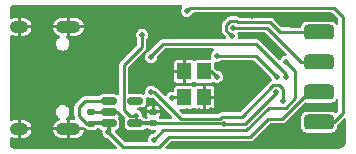
<source format=gbr>
%TF.GenerationSoftware,KiCad,Pcbnew,(6.0.6-0)*%
%TF.CreationDate,2022-08-07T16:54:58+08:00*%
%TF.ProjectId,ST-Link-Nano,53542d4c-696e-46b2-9d4e-616e6f2e6b69,rev?*%
%TF.SameCoordinates,Original*%
%TF.FileFunction,Copper,L2,Bot*%
%TF.FilePolarity,Positive*%
%FSLAX46Y46*%
G04 Gerber Fmt 4.6, Leading zero omitted, Abs format (unit mm)*
G04 Created by KiCad (PCBNEW (6.0.6-0)) date 2022-08-07 16:54:58*
%MOMM*%
%LPD*%
G01*
G04 APERTURE LIST*
G04 Aperture macros list*
%AMRoundRect*
0 Rectangle with rounded corners*
0 $1 Rounding radius*
0 $2 $3 $4 $5 $6 $7 $8 $9 X,Y pos of 4 corners*
0 Add a 4 corners polygon primitive as box body*
4,1,4,$2,$3,$4,$5,$6,$7,$8,$9,$2,$3,0*
0 Add four circle primitives for the rounded corners*
1,1,$1+$1,$2,$3*
1,1,$1+$1,$4,$5*
1,1,$1+$1,$6,$7*
1,1,$1+$1,$8,$9*
0 Add four rect primitives between the rounded corners*
20,1,$1+$1,$2,$3,$4,$5,0*
20,1,$1+$1,$4,$5,$6,$7,0*
20,1,$1+$1,$6,$7,$8,$9,0*
20,1,$1+$1,$8,$9,$2,$3,0*%
G04 Aperture macros list end*
%TA.AperFunction,ComponentPad*%
%ADD10RoundRect,0.500000X-0.550000X0.000000X-0.550000X0.000000X0.550000X0.000000X0.550000X0.000000X0*%
%TD*%
%TA.AperFunction,ComponentPad*%
%ADD11RoundRect,0.500000X-0.300000X0.000000X-0.300000X0.000000X0.300000X0.000000X0.300000X0.000000X0*%
%TD*%
%TA.AperFunction,SMDPad,CuDef*%
%ADD12RoundRect,0.317500X-0.952500X-0.317500X0.952500X-0.317500X0.952500X0.317500X-0.952500X0.317500X0*%
%TD*%
%TA.AperFunction,SMDPad,CuDef*%
%ADD13R,1.200000X1.400000*%
%TD*%
%TA.AperFunction,SMDPad,CuDef*%
%ADD14RoundRect,0.140000X0.170000X-0.140000X0.170000X0.140000X-0.170000X0.140000X-0.170000X-0.140000X0*%
%TD*%
%TA.AperFunction,SMDPad,CuDef*%
%ADD15RoundRect,0.150000X-0.512500X-0.150000X0.512500X-0.150000X0.512500X0.150000X-0.512500X0.150000X0*%
%TD*%
%TA.AperFunction,ViaPad*%
%ADD16C,0.500000*%
%TD*%
%TA.AperFunction,Conductor*%
%ADD17C,0.250000*%
%TD*%
%TA.AperFunction,Conductor*%
%ADD18C,0.300000*%
%TD*%
G04 APERTURE END LIST*
D10*
%TO.P,J1,1,SH1*%
%TO.N,GND*%
X91820374Y-87197063D03*
%TO.P,J1,2,SH2*%
X91820374Y-95847063D03*
D11*
%TO.P,J1,3,SH3*%
X87640374Y-87197063D03*
%TO.P,J1,4,SH4*%
X87640374Y-95847063D03*
%TD*%
D12*
%TO.P,J3,5,Pin_5*%
%TO.N,/TX*%
X113030000Y-87646105D03*
%TO.P,J3,6,Pin_6*%
%TO.N,/RX*%
X113030000Y-90186105D03*
%TO.P,J3,7,Pin_7*%
%TO.N,+5V*%
X113030000Y-92726105D03*
%TO.P,J3,8,Pin_8*%
%TO.N,/nRST*%
X113030000Y-95266105D03*
%TD*%
D13*
%TO.P,Y1,1,1*%
%TO.N,Net-(U2-Pad5)*%
X101617158Y-93172789D03*
%TO.P,Y1,2,2*%
%TO.N,GND*%
X101617158Y-90972789D03*
%TO.P,Y1,3,3*%
%TO.N,Net-(U2-Pad6)*%
X103317158Y-90972789D03*
%TO.P,Y1,4,4*%
%TO.N,GND*%
X103317158Y-93172789D03*
%TD*%
D14*
%TO.P,C2,1*%
%TO.N,+5V*%
X93755858Y-95392503D03*
%TO.P,C2,2*%
%TO.N,GND*%
X93755858Y-94432503D03*
%TD*%
%TO.P,C3,1*%
%TO.N,+3V3*%
X98997563Y-95369678D03*
%TO.P,C3,2*%
%TO.N,GND*%
X98997563Y-94409678D03*
%TD*%
D15*
%TO.P,U1,1,VIN*%
%TO.N,+5V*%
X95213928Y-95374751D03*
%TO.P,U1,2,GND*%
%TO.N,GND*%
X95213928Y-94424751D03*
%TO.P,U1,3,CE*%
%TO.N,+5V*%
X95213928Y-93474751D03*
%TO.P,U1,4,NC*%
%TO.N,unconnected-(U1-Pad4)*%
X97488928Y-93474751D03*
%TO.P,U1,5,VOUT*%
%TO.N,+3V3*%
X97488928Y-95374751D03*
%TD*%
D16*
%TO.N,GND*%
X94234000Y-85852000D03*
X100330000Y-91694000D03*
X103632000Y-89662000D03*
X96520000Y-87376000D03*
X96012000Y-89916000D03*
X96266000Y-96266000D03*
X109982000Y-95758000D03*
X109982000Y-96774000D03*
X90424000Y-90170000D03*
X102870000Y-89662000D03*
X106553000Y-88011000D03*
X100330000Y-90170000D03*
X95250000Y-85852000D03*
X90424000Y-93218000D03*
X103878086Y-94260805D03*
X104394000Y-93472000D03*
X101859550Y-94330711D03*
X90424000Y-92202000D03*
X100330000Y-90932000D03*
X102842603Y-94330711D03*
X104902000Y-86360000D03*
X109433434Y-89441785D03*
X97536000Y-86614000D03*
X94234000Y-96520000D03*
X90424000Y-91186000D03*
X93218000Y-96520000D03*
X107358784Y-86271860D03*
X98044000Y-96266000D03*
X104394000Y-90678000D03*
X93218000Y-85852000D03*
X97268039Y-96266000D03*
X97255954Y-87389081D03*
X98831233Y-93497233D03*
%TO.N,+5V*%
X95208974Y-96122477D03*
%TO.N,+3V3*%
X105029050Y-95398160D03*
X98044000Y-87884000D03*
X97536000Y-94742000D03*
X104394000Y-89662000D03*
X109474000Y-91440000D03*
X109398178Y-92714400D03*
%TO.N,/ST_SWCLK*%
X110236000Y-90170000D03*
X99060000Y-96774000D03*
%TO.N,/TX*%
X105664000Y-88015374D03*
%TO.N,/RX*%
X105762500Y-87277500D03*
%TO.N,/nRST*%
X101854000Y-85852000D03*
%TO.N,/JTMS*%
X98806000Y-89764500D03*
X110236000Y-91440000D03*
%TO.N,/ST_SWDIO*%
X98806000Y-92710000D03*
X109982000Y-93472000D03*
%TO.N,Net-(U2-Pad5)*%
X100584000Y-93218000D03*
%TO.N,Net-(U2-Pad6)*%
X104394000Y-91440000D03*
%TD*%
D17*
%TO.N,GND*%
X96266000Y-94742000D02*
X96266000Y-96266000D01*
X93755858Y-94432503D02*
X95956503Y-94432503D01*
X95956503Y-94432503D02*
X96266000Y-94742000D01*
%TO.N,+5V*%
X108712000Y-94996000D02*
X109907569Y-94996000D01*
D18*
X95213928Y-95374751D02*
X95213928Y-96117523D01*
D17*
X99501000Y-97349000D02*
X100330000Y-96520000D01*
X107188000Y-96520000D02*
X108712000Y-94996000D01*
D18*
X95213928Y-95374751D02*
X93773610Y-95374751D01*
X95213928Y-96117523D02*
X95208974Y-96122477D01*
D17*
X109907569Y-94996000D02*
X112177464Y-92726105D01*
X95213928Y-93474751D02*
X93215249Y-93474751D01*
D18*
X93773610Y-95374751D02*
X93755858Y-95392503D01*
D17*
X93360503Y-95392503D02*
X93755858Y-95392503D01*
X93215249Y-93474751D02*
X92710000Y-93980000D01*
X95208974Y-96122477D02*
X96435497Y-97349000D01*
X92710000Y-93980000D02*
X92710000Y-94742000D01*
X100330000Y-96520000D02*
X107188000Y-96520000D01*
X112177464Y-92726105D02*
X113030000Y-92726105D01*
X92710000Y-94742000D02*
X93360503Y-95392503D01*
X96435497Y-97349000D02*
X99501000Y-97349000D01*
%TO.N,+3V3*%
X96501428Y-90442572D02*
X97282000Y-89662000D01*
X107696000Y-89662000D02*
X104394000Y-89662000D01*
X109474000Y-91440000D02*
X107696000Y-89662000D01*
X97536000Y-95327679D02*
X97488928Y-95374751D01*
X97536000Y-94742000D02*
X97028000Y-94742000D01*
D18*
X98992490Y-95374751D02*
X98997563Y-95369678D01*
D17*
X105000568Y-95369678D02*
X105029050Y-95398160D01*
X109469600Y-92714400D02*
X109398178Y-92714400D01*
X106785840Y-95398160D02*
X109469600Y-92714400D01*
X97282000Y-89662000D02*
X98044000Y-88900000D01*
X98044000Y-88900000D02*
X98044000Y-87884000D01*
D18*
X97488928Y-95374751D02*
X98992490Y-95374751D01*
D17*
X105029050Y-95398160D02*
X106785840Y-95398160D01*
X96520000Y-94234000D02*
X96501428Y-94215428D01*
X97536000Y-94742000D02*
X97536000Y-95327679D01*
X98997563Y-95369678D02*
X105000568Y-95369678D01*
X96501428Y-94215428D02*
X96501428Y-93428000D01*
X97028000Y-94742000D02*
X96520000Y-94234000D01*
X96501428Y-93428000D02*
X96501428Y-90442572D01*
%TO.N,/ST_SWCLK*%
X110998000Y-90932000D02*
X110236000Y-90170000D01*
X110998000Y-93269173D02*
X110998000Y-90932000D01*
X99060000Y-96774000D02*
X99860840Y-95973160D01*
X110220173Y-94047000D02*
X110998000Y-93269173D01*
X106847236Y-95973160D02*
X108773396Y-94047000D01*
X108773396Y-94047000D02*
X110220173Y-94047000D01*
X99860840Y-95973160D02*
X106847236Y-95973160D01*
%TO.N,/TX*%
X105187500Y-87538874D02*
X105664000Y-88015374D01*
X110506105Y-87646105D02*
X113030000Y-87646105D01*
X105524327Y-86702500D02*
X106047000Y-86702500D01*
X108925500Y-86827500D02*
X109728000Y-87630000D01*
X105187500Y-87344500D02*
X105187500Y-87538874D01*
X106172000Y-86827500D02*
X108925500Y-86827500D01*
X109728000Y-87630000D02*
X110490000Y-87630000D01*
X110490000Y-87630000D02*
X110506105Y-87646105D01*
X106047000Y-86702500D02*
X106172000Y-86827500D01*
X105187500Y-87344500D02*
X105187500Y-87039327D01*
X105187500Y-87039327D02*
X105524327Y-86702500D01*
%TO.N,/RX*%
X105762500Y-87277500D02*
X108613500Y-87277500D01*
X111522105Y-90186105D02*
X113030000Y-90186105D01*
X108613500Y-87277500D02*
X111522105Y-90186105D01*
%TO.N,/nRST*%
X102108000Y-85598000D02*
X101854000Y-85852000D01*
X114300000Y-85598000D02*
X102108000Y-85598000D01*
X115062000Y-92710000D02*
X115062000Y-86360000D01*
X115062000Y-86360000D02*
X114300000Y-85598000D01*
X113030000Y-95266105D02*
X114283895Y-95266105D01*
X115062000Y-94488000D02*
X115062000Y-92710000D01*
X114283895Y-95266105D02*
X115062000Y-94488000D01*
%TO.N,/JTMS*%
X99822000Y-88646000D02*
X104394000Y-88646000D01*
X98806000Y-89662000D02*
X99314000Y-89154000D01*
X99314000Y-89154000D02*
X99822000Y-88646000D01*
X104394000Y-88646000D02*
X107442000Y-88646000D01*
X107696000Y-88646000D02*
X107442000Y-88646000D01*
X110236000Y-91186000D02*
X107696000Y-88646000D01*
X98806000Y-89764500D02*
X98806000Y-89662000D01*
%TO.N,/ST_SWDIO*%
X109160005Y-92139400D02*
X109636351Y-92139400D01*
X99060000Y-92710000D02*
X101319678Y-94969678D01*
X109636351Y-92139400D02*
X109982000Y-92485049D01*
X101319678Y-94969678D02*
X104674322Y-94969678D01*
X109982000Y-92485049D02*
X109982000Y-93472000D01*
X98806000Y-92710000D02*
X99060000Y-92710000D01*
X106476245Y-94823160D02*
X109160005Y-92139400D01*
X104820840Y-94823160D02*
X106476245Y-94823160D01*
X104674322Y-94969678D02*
X104820840Y-94823160D01*
%TO.N,Net-(U2-Pad5)*%
X101617158Y-93172789D02*
X100629211Y-93172789D01*
X100629211Y-93172789D02*
X100584000Y-93218000D01*
%TO.N,Net-(U2-Pad6)*%
X103317158Y-90972789D02*
X103926789Y-90972789D01*
X103926789Y-90972789D02*
X104394000Y-91440000D01*
%TD*%
%TA.AperFunction,Conductor*%
%TO.N,GND*%
G36*
X114646649Y-93354114D02*
G01*
X114679931Y-93416827D01*
X114682500Y-93442143D01*
X114682500Y-94278616D01*
X114662498Y-94346737D01*
X114645595Y-94367711D01*
X114515101Y-94498205D01*
X114452789Y-94532231D01*
X114381974Y-94527166D01*
X114349302Y-94509072D01*
X114315968Y-94483494D01*
X114270968Y-94448964D01*
X114131822Y-94391328D01*
X114019992Y-94376605D01*
X112040008Y-94376605D01*
X111928178Y-94391328D01*
X111789032Y-94448964D01*
X111669545Y-94540650D01*
X111577859Y-94660137D01*
X111520223Y-94799283D01*
X111505500Y-94911113D01*
X111505500Y-95621097D01*
X111520223Y-95732927D01*
X111577859Y-95872073D01*
X111669545Y-95991560D01*
X111789032Y-96083246D01*
X111928178Y-96140882D01*
X112040008Y-96155605D01*
X114019992Y-96155605D01*
X114131822Y-96140882D01*
X114270968Y-96083246D01*
X114390455Y-95991560D01*
X114482141Y-95872073D01*
X114539777Y-95732927D01*
X114554500Y-95621097D01*
X114554500Y-95584384D01*
X114574502Y-95516263D01*
X114591405Y-95495289D01*
X115100405Y-94986289D01*
X115162717Y-94952263D01*
X115233532Y-94957328D01*
X115290368Y-94999875D01*
X115315179Y-95066395D01*
X115315500Y-95075384D01*
X115315500Y-96752143D01*
X115314671Y-96766572D01*
X115311377Y-96795148D01*
X115314784Y-96807088D01*
X115315155Y-96811621D01*
X115315529Y-96825261D01*
X115313647Y-96895494D01*
X115312728Y-96929781D01*
X115309055Y-96956788D01*
X115279787Y-97074583D01*
X115270392Y-97100169D01*
X115216476Y-97208916D01*
X115201802Y-97231879D01*
X115125756Y-97326492D01*
X115106492Y-97345756D01*
X115011879Y-97421802D01*
X114988916Y-97436476D01*
X114880169Y-97490392D01*
X114854583Y-97499787D01*
X114736788Y-97529055D01*
X114709781Y-97532728D01*
X114684433Y-97533407D01*
X114605261Y-97535529D01*
X114591621Y-97535155D01*
X114587088Y-97534784D01*
X114575148Y-97531377D01*
X114547370Y-97534579D01*
X114546572Y-97534671D01*
X114532143Y-97535500D01*
X100155384Y-97535500D01*
X100087263Y-97515498D01*
X100040770Y-97461842D01*
X100030666Y-97391568D01*
X100060160Y-97326988D01*
X100066289Y-97320405D01*
X100450289Y-96936405D01*
X100512601Y-96902379D01*
X100539384Y-96899500D01*
X107134080Y-96899500D01*
X107158028Y-96902049D01*
X107159693Y-96902128D01*
X107169876Y-96904320D01*
X107180217Y-96903096D01*
X107203223Y-96900373D01*
X107209154Y-96900023D01*
X107209146Y-96899928D01*
X107214324Y-96899500D01*
X107219524Y-96899500D01*
X107224653Y-96898646D01*
X107224656Y-96898646D01*
X107238565Y-96896331D01*
X107244443Y-96895494D01*
X107285001Y-96890694D01*
X107285002Y-96890694D01*
X107295341Y-96889470D01*
X107303593Y-96885507D01*
X107312626Y-96884004D01*
X107321795Y-96879057D01*
X107321797Y-96879056D01*
X107357732Y-96859666D01*
X107363025Y-96856969D01*
X107402082Y-96838215D01*
X107402086Y-96838212D01*
X107409232Y-96834781D01*
X107413508Y-96831186D01*
X107415431Y-96829263D01*
X107417363Y-96827491D01*
X107417442Y-96827448D01*
X107417555Y-96827572D01*
X107418095Y-96827096D01*
X107423814Y-96824010D01*
X107460417Y-96784413D01*
X107463846Y-96780848D01*
X108832290Y-95412405D01*
X108894602Y-95378379D01*
X108921385Y-95375500D01*
X109853649Y-95375500D01*
X109877597Y-95378049D01*
X109879262Y-95378128D01*
X109889445Y-95380320D01*
X109899786Y-95379096D01*
X109922792Y-95376373D01*
X109928723Y-95376023D01*
X109928715Y-95375928D01*
X109933893Y-95375500D01*
X109939093Y-95375500D01*
X109944222Y-95374646D01*
X109944225Y-95374646D01*
X109958134Y-95372331D01*
X109964012Y-95371494D01*
X110004570Y-95366694D01*
X110004571Y-95366694D01*
X110014910Y-95365470D01*
X110023162Y-95361507D01*
X110032195Y-95360004D01*
X110041364Y-95355057D01*
X110041366Y-95355056D01*
X110077301Y-95335666D01*
X110082594Y-95332969D01*
X110121651Y-95314215D01*
X110121655Y-95314212D01*
X110128801Y-95310781D01*
X110133077Y-95307186D01*
X110135000Y-95305263D01*
X110136932Y-95303491D01*
X110137011Y-95303448D01*
X110137124Y-95303572D01*
X110137664Y-95303096D01*
X110143383Y-95300010D01*
X110179986Y-95260413D01*
X110183415Y-95256848D01*
X111807586Y-93632677D01*
X111869898Y-93598651D01*
X111926015Y-93599986D01*
X111928178Y-93600882D01*
X112040008Y-93615605D01*
X114019992Y-93615605D01*
X114131822Y-93600882D01*
X114270968Y-93543246D01*
X114390455Y-93451560D01*
X114456540Y-93365437D01*
X114513875Y-93323572D01*
X114584746Y-93319350D01*
X114646649Y-93354114D01*
G37*
%TD.AperFunction*%
%TA.AperFunction,Conductor*%
G36*
X87357429Y-85341084D02*
G01*
X87361542Y-85341191D01*
X87376087Y-85342414D01*
X87378503Y-85342759D01*
X87390211Y-85346878D01*
X87430421Y-85344687D01*
X87437267Y-85344500D01*
X101348872Y-85345432D01*
X101416991Y-85365439D01*
X101463480Y-85419097D01*
X101473579Y-85489372D01*
X101443305Y-85554839D01*
X101427999Y-85572170D01*
X101366583Y-85702982D01*
X101365203Y-85711846D01*
X101365202Y-85711849D01*
X101358557Y-85754531D01*
X101344350Y-85845773D01*
X101345514Y-85854675D01*
X101345514Y-85854678D01*
X101356205Y-85936433D01*
X101363088Y-85989065D01*
X101421289Y-86121339D01*
X101514276Y-86231960D01*
X101521747Y-86236933D01*
X101521748Y-86236934D01*
X101627101Y-86307063D01*
X101627103Y-86307064D01*
X101634574Y-86312037D01*
X101643138Y-86314713D01*
X101643141Y-86314714D01*
X101697853Y-86331807D01*
X101772510Y-86355132D01*
X101916998Y-86357780D01*
X101926711Y-86355132D01*
X102047763Y-86322130D01*
X102047765Y-86322129D01*
X102056422Y-86319769D01*
X102179572Y-86244154D01*
X102276551Y-86137014D01*
X102319405Y-86048561D01*
X102367107Y-85995979D01*
X102432797Y-85977500D01*
X114090616Y-85977500D01*
X114158737Y-85997502D01*
X114179711Y-86014405D01*
X114645595Y-86480289D01*
X114679621Y-86542601D01*
X114682500Y-86569384D01*
X114682500Y-86930067D01*
X114662498Y-86998188D01*
X114608842Y-87044681D01*
X114538568Y-87054785D01*
X114473988Y-87025291D01*
X114456544Y-87006778D01*
X114390455Y-86920650D01*
X114270968Y-86828964D01*
X114131822Y-86771328D01*
X114019992Y-86756605D01*
X112040008Y-86756605D01*
X111928178Y-86771328D01*
X111789032Y-86828964D01*
X111669545Y-86920650D01*
X111577859Y-87040137D01*
X111520223Y-87179283D01*
X111519458Y-87178966D01*
X111486015Y-87233837D01*
X111422155Y-87264860D01*
X111401258Y-87266605D01*
X110622116Y-87266605D01*
X110580368Y-87259487D01*
X110556149Y-87250982D01*
X110550584Y-87250500D01*
X110547876Y-87250500D01*
X110545242Y-87250386D01*
X110545144Y-87250357D01*
X110545151Y-87250193D01*
X110544447Y-87250149D01*
X110538222Y-87248287D01*
X110484365Y-87250403D01*
X110479418Y-87250500D01*
X109937384Y-87250500D01*
X109869263Y-87230498D01*
X109848289Y-87213595D01*
X109231978Y-86597284D01*
X109216836Y-86578536D01*
X109215721Y-86577311D01*
X109210071Y-86568560D01*
X109201893Y-86562113D01*
X109201891Y-86562111D01*
X109183700Y-86547771D01*
X109179259Y-86543825D01*
X109179197Y-86543898D01*
X109175233Y-86540539D01*
X109171556Y-86536862D01*
X109155808Y-86525608D01*
X109151138Y-86522102D01*
X109110853Y-86490344D01*
X109102219Y-86487312D01*
X109094766Y-86481986D01*
X109045650Y-86467297D01*
X109040008Y-86465464D01*
X108999133Y-86451110D01*
X108999132Y-86451110D01*
X108991649Y-86448482D01*
X108986084Y-86448000D01*
X108983376Y-86448000D01*
X108980742Y-86447886D01*
X108980644Y-86447857D01*
X108980651Y-86447693D01*
X108979947Y-86447649D01*
X108973722Y-86445787D01*
X108919865Y-86447903D01*
X108914918Y-86448000D01*
X106381246Y-86448000D01*
X106313125Y-86427998D01*
X106299793Y-86418132D01*
X106296735Y-86415541D01*
X106293056Y-86411862D01*
X106277308Y-86400608D01*
X106272638Y-86397102D01*
X106232353Y-86365344D01*
X106223719Y-86362312D01*
X106216266Y-86356986D01*
X106167150Y-86342297D01*
X106161508Y-86340464D01*
X106120633Y-86326110D01*
X106120632Y-86326110D01*
X106113149Y-86323482D01*
X106107584Y-86323000D01*
X106104876Y-86323000D01*
X106102242Y-86322886D01*
X106102144Y-86322857D01*
X106102151Y-86322693D01*
X106101447Y-86322649D01*
X106095222Y-86320787D01*
X106041365Y-86322903D01*
X106036418Y-86323000D01*
X105578247Y-86323000D01*
X105554300Y-86320451D01*
X105552634Y-86320372D01*
X105542451Y-86318180D01*
X105532109Y-86319404D01*
X105532106Y-86319404D01*
X105509114Y-86322126D01*
X105503173Y-86322477D01*
X105503181Y-86322572D01*
X105498001Y-86323000D01*
X105492803Y-86323000D01*
X105487681Y-86323853D01*
X105487676Y-86323853D01*
X105473754Y-86326171D01*
X105467877Y-86327008D01*
X105461376Y-86327777D01*
X105427324Y-86331807D01*
X105427322Y-86331808D01*
X105416986Y-86333031D01*
X105408737Y-86336992D01*
X105399701Y-86338496D01*
X105390532Y-86343443D01*
X105390530Y-86343444D01*
X105354567Y-86362848D01*
X105349278Y-86365543D01*
X105336263Y-86371793D01*
X105303095Y-86387720D01*
X105298819Y-86391314D01*
X105296879Y-86393254D01*
X105294968Y-86395007D01*
X105294878Y-86395056D01*
X105294766Y-86394933D01*
X105294231Y-86395405D01*
X105288513Y-86398490D01*
X105281446Y-86406135D01*
X105251911Y-86438086D01*
X105248481Y-86441652D01*
X104957284Y-86732849D01*
X104938536Y-86747991D01*
X104937311Y-86749106D01*
X104928560Y-86754756D01*
X104922113Y-86762934D01*
X104922111Y-86762936D01*
X104907771Y-86781127D01*
X104903825Y-86785568D01*
X104903898Y-86785630D01*
X104900539Y-86789594D01*
X104896862Y-86793271D01*
X104885608Y-86809019D01*
X104882102Y-86813689D01*
X104850344Y-86853974D01*
X104847312Y-86862608D01*
X104841986Y-86870061D01*
X104839001Y-86880042D01*
X104827299Y-86919171D01*
X104825464Y-86924819D01*
X104808482Y-86973178D01*
X104808000Y-86978743D01*
X104808000Y-86981451D01*
X104807886Y-86984085D01*
X104807857Y-86984183D01*
X104807693Y-86984176D01*
X104807649Y-86984880D01*
X104805787Y-86991105D01*
X104806196Y-87001510D01*
X104807903Y-87044962D01*
X104808000Y-87049909D01*
X104808000Y-87484954D01*
X104805451Y-87508902D01*
X104805372Y-87510567D01*
X104803180Y-87520750D01*
X104804404Y-87531091D01*
X104807127Y-87554097D01*
X104807477Y-87560028D01*
X104807572Y-87560020D01*
X104808000Y-87565198D01*
X104808000Y-87570398D01*
X104808854Y-87575527D01*
X104808854Y-87575530D01*
X104811169Y-87589439D01*
X104812006Y-87595317D01*
X104814016Y-87612295D01*
X104818030Y-87646215D01*
X104821993Y-87654467D01*
X104823496Y-87663500D01*
X104828443Y-87672669D01*
X104828444Y-87672671D01*
X104847834Y-87708606D01*
X104850531Y-87713899D01*
X104869285Y-87752956D01*
X104869288Y-87752960D01*
X104872719Y-87760106D01*
X104876314Y-87764382D01*
X104878237Y-87766305D01*
X104880009Y-87768237D01*
X104880052Y-87768316D01*
X104879928Y-87768429D01*
X104880404Y-87768969D01*
X104883490Y-87774688D01*
X104891135Y-87781755D01*
X104923086Y-87811290D01*
X104926652Y-87814720D01*
X105129068Y-88017136D01*
X105163094Y-88079448D01*
X105164909Y-88089894D01*
X105169390Y-88124163D01*
X105158389Y-88194302D01*
X105111215Y-88247360D01*
X105044454Y-88266500D01*
X99875920Y-88266500D01*
X99851973Y-88263951D01*
X99850307Y-88263872D01*
X99840124Y-88261680D01*
X99829782Y-88262904D01*
X99829779Y-88262904D01*
X99806787Y-88265626D01*
X99800846Y-88265977D01*
X99800854Y-88266072D01*
X99795674Y-88266500D01*
X99790476Y-88266500D01*
X99785354Y-88267353D01*
X99785349Y-88267353D01*
X99771427Y-88269671D01*
X99765550Y-88270508D01*
X99759049Y-88271277D01*
X99724997Y-88275307D01*
X99724995Y-88275308D01*
X99714659Y-88276531D01*
X99706410Y-88280492D01*
X99697374Y-88281996D01*
X99688205Y-88286943D01*
X99688203Y-88286944D01*
X99652240Y-88306348D01*
X99646951Y-88309043D01*
X99633936Y-88315293D01*
X99600768Y-88331220D01*
X99596492Y-88334814D01*
X99594552Y-88336754D01*
X99592641Y-88338507D01*
X99592551Y-88338556D01*
X99592439Y-88338433D01*
X99591904Y-88338905D01*
X99586186Y-88341990D01*
X99579119Y-88349635D01*
X99549584Y-88381586D01*
X99546154Y-88385152D01*
X98668832Y-89262474D01*
X98614363Y-89294528D01*
X98597879Y-89299239D01*
X98475661Y-89376353D01*
X98379999Y-89484670D01*
X98376185Y-89492793D01*
X98376184Y-89492795D01*
X98354872Y-89538188D01*
X98318583Y-89615482D01*
X98317203Y-89624346D01*
X98317202Y-89624349D01*
X98302421Y-89719283D01*
X98296350Y-89758273D01*
X98297514Y-89767175D01*
X98297514Y-89767178D01*
X98300520Y-89790164D01*
X98315088Y-89901565D01*
X98373289Y-90033839D01*
X98379063Y-90040708D01*
X98459244Y-90136094D01*
X98466276Y-90144460D01*
X98473747Y-90149433D01*
X98473748Y-90149434D01*
X98579101Y-90219563D01*
X98579103Y-90219564D01*
X98586574Y-90224537D01*
X98595138Y-90227213D01*
X98595141Y-90227214D01*
X98641521Y-90241704D01*
X98724510Y-90267632D01*
X98868998Y-90270280D01*
X98894568Y-90263309D01*
X98999763Y-90234630D01*
X98999765Y-90234629D01*
X99008422Y-90232269D01*
X99131572Y-90156654D01*
X99228551Y-90049514D01*
X99264112Y-89976116D01*
X99287645Y-89927543D01*
X99287645Y-89927542D01*
X99291560Y-89919462D01*
X99315536Y-89776953D01*
X99315688Y-89764500D01*
X99314998Y-89759685D01*
X99314682Y-89754830D01*
X99316047Y-89754741D01*
X99325311Y-89690581D01*
X99350798Y-89653897D01*
X99942291Y-89062404D01*
X100004603Y-89028379D01*
X100031386Y-89025500D01*
X104021452Y-89025500D01*
X104089573Y-89045502D01*
X104136066Y-89099158D01*
X104146170Y-89169432D01*
X104116676Y-89234012D01*
X104088688Y-89258061D01*
X104071258Y-89269058D01*
X104071251Y-89269064D01*
X104063661Y-89273853D01*
X104057718Y-89280582D01*
X104057717Y-89280583D01*
X103986914Y-89360752D01*
X103967999Y-89382170D01*
X103906583Y-89512982D01*
X103905203Y-89521846D01*
X103905202Y-89521849D01*
X103889243Y-89624349D01*
X103884350Y-89655773D01*
X103885514Y-89664675D01*
X103885514Y-89664678D01*
X103899561Y-89772093D01*
X103903088Y-89799065D01*
X103906701Y-89807277D01*
X103906703Y-89807283D01*
X103921778Y-89841543D01*
X103930905Y-89911951D01*
X103900518Y-89976116D01*
X103840265Y-90013666D01*
X103806449Y-90018289D01*
X102746592Y-90018290D01*
X102692092Y-90018290D01*
X102656340Y-90025401D01*
X102630032Y-90030633D01*
X102630030Y-90030634D01*
X102617857Y-90033055D01*
X102536709Y-90087277D01*
X102468959Y-90108491D01*
X102396707Y-90087276D01*
X102326584Y-90040421D01*
X102304092Y-90031105D01*
X102248243Y-90019996D01*
X102235988Y-90018789D01*
X101762273Y-90018789D01*
X101747034Y-90023264D01*
X101745829Y-90024654D01*
X101744158Y-90032337D01*
X101744158Y-91908673D01*
X101748633Y-91923912D01*
X101750023Y-91925117D01*
X101757706Y-91926788D01*
X102235986Y-91926788D01*
X102248246Y-91925580D01*
X102304089Y-91914474D01*
X102326585Y-91905156D01*
X102396707Y-91858302D01*
X102464460Y-91837087D01*
X102536709Y-91858301D01*
X102617857Y-91912523D01*
X102692091Y-91927289D01*
X103317056Y-91927289D01*
X103942224Y-91927288D01*
X103977976Y-91920177D01*
X104004284Y-91914945D01*
X104004286Y-91914944D01*
X104016459Y-91912523D01*
X104034874Y-91900218D01*
X104102624Y-91879002D01*
X104159123Y-91891257D01*
X104167101Y-91895062D01*
X104174574Y-91900037D01*
X104183141Y-91902714D01*
X104183142Y-91902714D01*
X104199322Y-91907769D01*
X104312510Y-91943132D01*
X104456998Y-91945780D01*
X104524823Y-91927289D01*
X104587763Y-91910130D01*
X104587765Y-91910129D01*
X104596422Y-91907769D01*
X104719572Y-91832154D01*
X104816551Y-91725014D01*
X104879560Y-91594962D01*
X104903536Y-91452453D01*
X104903688Y-91440000D01*
X104883201Y-91296948D01*
X104823388Y-91165395D01*
X104817530Y-91158596D01*
X104817527Y-91158592D01*
X104734916Y-91062718D01*
X104734913Y-91062716D01*
X104729056Y-91055918D01*
X104652669Y-91006406D01*
X104615324Y-90982200D01*
X104615322Y-90982199D01*
X104607790Y-90977317D01*
X104556464Y-90961967D01*
X104477938Y-90938482D01*
X104477936Y-90938482D01*
X104469337Y-90935910D01*
X104461279Y-90935861D01*
X104397282Y-90906203D01*
X104391228Y-90900534D01*
X104233267Y-90742573D01*
X104218125Y-90723825D01*
X104217011Y-90722600D01*
X104211360Y-90713849D01*
X104204150Y-90708165D01*
X104173412Y-90644968D01*
X104171657Y-90624012D01*
X104171657Y-90289079D01*
X104191659Y-90220958D01*
X104245315Y-90174465D01*
X104312505Y-90165414D01*
X104312510Y-90165132D01*
X104314348Y-90165166D01*
X104314350Y-90165166D01*
X104321485Y-90165296D01*
X104321488Y-90165297D01*
X104383524Y-90166433D01*
X104456998Y-90167780D01*
X104465662Y-90165418D01*
X104587763Y-90132130D01*
X104587765Y-90132129D01*
X104596422Y-90129769D01*
X104709848Y-90060125D01*
X104775776Y-90041500D01*
X107486616Y-90041500D01*
X107554737Y-90061502D01*
X107575711Y-90078405D01*
X108939068Y-91441762D01*
X108973094Y-91504074D01*
X108974908Y-91514515D01*
X108983088Y-91577065D01*
X109000740Y-91617182D01*
X109016193Y-91652304D01*
X109025319Y-91722712D01*
X108994932Y-91786876D01*
X108955404Y-91816633D01*
X108938773Y-91824619D01*
X108934497Y-91828213D01*
X108932558Y-91830152D01*
X108930643Y-91831908D01*
X108930557Y-91831955D01*
X108930444Y-91831833D01*
X108929909Y-91832305D01*
X108924191Y-91835390D01*
X108917123Y-91843036D01*
X108917122Y-91843037D01*
X108887601Y-91874973D01*
X108884171Y-91878539D01*
X107602741Y-93159970D01*
X106355956Y-94406755D01*
X106293644Y-94440780D01*
X106266861Y-94443660D01*
X104874760Y-94443660D01*
X104850812Y-94441111D01*
X104849147Y-94441032D01*
X104838964Y-94438840D01*
X104819777Y-94441111D01*
X104805617Y-94442787D01*
X104799686Y-94443137D01*
X104799694Y-94443232D01*
X104794516Y-94443660D01*
X104789316Y-94443660D01*
X104784187Y-94444514D01*
X104784184Y-94444514D01*
X104770275Y-94446829D01*
X104764397Y-94447666D01*
X104723839Y-94452466D01*
X104723838Y-94452466D01*
X104713499Y-94453690D01*
X104705247Y-94457653D01*
X104696214Y-94459156D01*
X104687045Y-94464103D01*
X104687043Y-94464104D01*
X104651108Y-94483494D01*
X104645815Y-94486191D01*
X104620796Y-94498205D01*
X104599608Y-94508379D01*
X104595333Y-94511973D01*
X104593408Y-94513898D01*
X104591478Y-94515669D01*
X104591393Y-94515715D01*
X104591281Y-94515592D01*
X104590746Y-94516064D01*
X104585026Y-94519150D01*
X104556780Y-94549707D01*
X104495853Y-94586152D01*
X104464255Y-94590178D01*
X101529062Y-94590178D01*
X101460941Y-94570176D01*
X101439967Y-94553273D01*
X101229078Y-94342384D01*
X101195052Y-94280072D01*
X101200117Y-94209257D01*
X101242664Y-94152421D01*
X101309184Y-94127610D01*
X101318173Y-94127289D01*
X102217733Y-94127288D01*
X102242224Y-94127288D01*
X102279807Y-94119813D01*
X102304284Y-94114945D01*
X102304286Y-94114944D01*
X102316459Y-94112523D01*
X102397607Y-94058301D01*
X102465357Y-94037087D01*
X102537609Y-94058302D01*
X102607732Y-94105157D01*
X102630224Y-94114473D01*
X102686073Y-94125582D01*
X102698328Y-94126789D01*
X103172043Y-94126789D01*
X103187282Y-94122314D01*
X103188487Y-94120924D01*
X103190158Y-94113241D01*
X103190158Y-94108673D01*
X103444158Y-94108673D01*
X103448633Y-94123912D01*
X103450023Y-94125117D01*
X103457706Y-94126788D01*
X103935986Y-94126788D01*
X103948246Y-94125580D01*
X104004089Y-94114474D01*
X104026585Y-94105156D01*
X104089966Y-94062806D01*
X104107175Y-94045597D01*
X104149526Y-93982214D01*
X104158842Y-93959723D01*
X104169951Y-93903874D01*
X104171158Y-93891619D01*
X104171158Y-93317904D01*
X104166683Y-93302665D01*
X104165293Y-93301460D01*
X104157610Y-93299789D01*
X103462273Y-93299789D01*
X103447034Y-93304264D01*
X103445829Y-93305654D01*
X103444158Y-93313337D01*
X103444158Y-94108673D01*
X103190158Y-94108673D01*
X103190158Y-93027674D01*
X103444158Y-93027674D01*
X103448633Y-93042913D01*
X103450023Y-93044118D01*
X103457706Y-93045789D01*
X104153042Y-93045789D01*
X104168281Y-93041314D01*
X104169486Y-93039924D01*
X104171157Y-93032241D01*
X104171157Y-92453961D01*
X104169949Y-92441701D01*
X104158843Y-92385858D01*
X104149525Y-92363362D01*
X104107175Y-92299981D01*
X104089966Y-92282772D01*
X104026583Y-92240421D01*
X104004092Y-92231105D01*
X103948243Y-92219996D01*
X103935988Y-92218789D01*
X103462273Y-92218789D01*
X103447034Y-92223264D01*
X103445829Y-92224654D01*
X103444158Y-92232337D01*
X103444158Y-93027674D01*
X103190158Y-93027674D01*
X103190158Y-92236905D01*
X103185683Y-92221666D01*
X103184293Y-92220461D01*
X103176610Y-92218790D01*
X102698330Y-92218790D01*
X102686070Y-92219998D01*
X102630227Y-92231104D01*
X102607731Y-92240422D01*
X102537609Y-92287276D01*
X102469856Y-92308491D01*
X102397607Y-92287277D01*
X102316459Y-92233055D01*
X102242225Y-92218289D01*
X101617260Y-92218289D01*
X100992092Y-92218290D01*
X100956340Y-92225401D01*
X100930032Y-92230633D01*
X100930030Y-92230634D01*
X100917857Y-92233055D01*
X100907537Y-92239950D01*
X100907536Y-92239951D01*
X100861127Y-92270961D01*
X100833674Y-92289305D01*
X100777424Y-92373488D01*
X100762658Y-92447722D01*
X100762658Y-92587769D01*
X100742656Y-92655890D01*
X100689000Y-92702383D01*
X100635890Y-92713767D01*
X100514827Y-92713028D01*
X100506196Y-92715495D01*
X100506194Y-92715495D01*
X100384509Y-92750272D01*
X100384505Y-92750274D01*
X100375879Y-92752739D01*
X100368292Y-92757526D01*
X100368290Y-92757527D01*
X100261254Y-92825062D01*
X100253661Y-92829853D01*
X100157999Y-92938170D01*
X100154185Y-92946293D01*
X100154184Y-92946295D01*
X100127826Y-93002436D01*
X100080769Y-93055598D01*
X100012441Y-93074880D01*
X99944535Y-93054160D01*
X99924676Y-93037982D01*
X99366478Y-92479784D01*
X99351336Y-92461036D01*
X99350221Y-92459811D01*
X99344571Y-92451060D01*
X99336393Y-92444613D01*
X99336391Y-92444611D01*
X99318200Y-92430271D01*
X99313759Y-92426325D01*
X99313697Y-92426398D01*
X99309733Y-92423039D01*
X99306056Y-92419362D01*
X99290308Y-92408108D01*
X99285638Y-92404602D01*
X99245353Y-92372844D01*
X99236719Y-92369812D01*
X99229266Y-92364486D01*
X99185523Y-92351404D01*
X99142640Y-92327756D01*
X99141056Y-92325918D01*
X99133525Y-92321037D01*
X99133522Y-92321034D01*
X99027324Y-92252200D01*
X99027322Y-92252199D01*
X99019790Y-92247317D01*
X98995154Y-92239949D01*
X98889938Y-92208482D01*
X98889936Y-92208482D01*
X98881337Y-92205910D01*
X98872363Y-92205855D01*
X98872361Y-92205855D01*
X98809082Y-92205469D01*
X98736827Y-92205028D01*
X98728196Y-92207495D01*
X98728194Y-92207495D01*
X98606509Y-92242272D01*
X98606505Y-92242274D01*
X98597879Y-92244739D01*
X98590292Y-92249526D01*
X98590290Y-92249527D01*
X98483254Y-92317062D01*
X98475661Y-92321853D01*
X98469718Y-92328582D01*
X98469717Y-92328583D01*
X98426332Y-92377708D01*
X98379999Y-92430170D01*
X98376185Y-92438293D01*
X98376184Y-92438295D01*
X98361158Y-92470300D01*
X98318583Y-92560982D01*
X98317203Y-92569846D01*
X98317202Y-92569849D01*
X98303806Y-92655890D01*
X98296350Y-92703773D01*
X98297514Y-92712675D01*
X98297514Y-92712678D01*
X98309789Y-92806540D01*
X98298789Y-92876679D01*
X98251615Y-92929737D01*
X98183245Y-92948868D01*
X98145917Y-92942711D01*
X98136817Y-92939754D01*
X98127983Y-92935253D01*
X98033262Y-92920251D01*
X97006928Y-92920251D01*
X96938807Y-92900249D01*
X96892314Y-92846593D01*
X96880928Y-92794251D01*
X96880928Y-91691617D01*
X100763159Y-91691617D01*
X100764367Y-91703877D01*
X100775473Y-91759720D01*
X100784791Y-91782216D01*
X100827141Y-91845597D01*
X100844350Y-91862806D01*
X100907733Y-91905157D01*
X100930224Y-91914473D01*
X100986073Y-91925582D01*
X100998328Y-91926789D01*
X101472043Y-91926789D01*
X101487282Y-91922314D01*
X101488487Y-91920924D01*
X101490158Y-91913241D01*
X101490158Y-91117904D01*
X101485683Y-91102665D01*
X101484293Y-91101460D01*
X101476610Y-91099789D01*
X100781274Y-91099789D01*
X100766035Y-91104264D01*
X100764830Y-91105654D01*
X100763159Y-91113337D01*
X100763159Y-91691617D01*
X96880928Y-91691617D01*
X96880928Y-90827674D01*
X100763158Y-90827674D01*
X100767633Y-90842913D01*
X100769023Y-90844118D01*
X100776706Y-90845789D01*
X101472043Y-90845789D01*
X101487282Y-90841314D01*
X101488487Y-90839924D01*
X101490158Y-90832241D01*
X101490158Y-90036905D01*
X101485683Y-90021666D01*
X101484293Y-90020461D01*
X101476610Y-90018790D01*
X100998330Y-90018790D01*
X100986070Y-90019998D01*
X100930227Y-90031104D01*
X100907731Y-90040422D01*
X100844350Y-90082772D01*
X100827141Y-90099981D01*
X100784790Y-90163364D01*
X100775474Y-90185855D01*
X100764365Y-90241704D01*
X100763158Y-90253959D01*
X100763158Y-90827674D01*
X96880928Y-90827674D01*
X96880928Y-90651956D01*
X96900930Y-90583835D01*
X96917833Y-90562861D01*
X98274216Y-89206478D01*
X98292964Y-89191336D01*
X98294189Y-89190221D01*
X98302940Y-89184571D01*
X98309387Y-89176393D01*
X98309389Y-89176391D01*
X98323729Y-89158200D01*
X98327675Y-89153759D01*
X98327602Y-89153697D01*
X98330961Y-89149733D01*
X98334638Y-89146056D01*
X98345892Y-89130308D01*
X98349398Y-89125638D01*
X98381156Y-89085353D01*
X98384188Y-89076719D01*
X98389514Y-89069266D01*
X98404203Y-89020150D01*
X98406036Y-89014508D01*
X98420390Y-88973633D01*
X98420390Y-88973632D01*
X98423018Y-88966149D01*
X98423500Y-88960584D01*
X98423500Y-88957876D01*
X98423614Y-88955242D01*
X98423643Y-88955144D01*
X98423807Y-88955151D01*
X98423851Y-88954447D01*
X98425713Y-88948222D01*
X98423597Y-88894365D01*
X98423500Y-88889418D01*
X98423500Y-88265132D01*
X98443502Y-88197011D01*
X98456084Y-88180578D01*
X98457175Y-88179373D01*
X98466551Y-88169014D01*
X98470816Y-88160212D01*
X98525645Y-88047043D01*
X98525645Y-88047042D01*
X98529560Y-88038962D01*
X98553536Y-87896453D01*
X98553688Y-87884000D01*
X98539888Y-87787643D01*
X98534474Y-87749835D01*
X98534473Y-87749833D01*
X98533201Y-87740948D01*
X98473388Y-87609395D01*
X98467530Y-87602596D01*
X98467527Y-87602592D01*
X98384916Y-87506718D01*
X98384913Y-87506716D01*
X98379056Y-87499918D01*
X98257790Y-87421317D01*
X98240921Y-87416272D01*
X98127938Y-87382482D01*
X98127936Y-87382482D01*
X98119337Y-87379910D01*
X98110363Y-87379855D01*
X98110361Y-87379855D01*
X98047082Y-87379469D01*
X97974827Y-87379028D01*
X97966196Y-87381495D01*
X97966194Y-87381495D01*
X97844509Y-87416272D01*
X97844505Y-87416274D01*
X97835879Y-87418739D01*
X97713661Y-87495853D01*
X97707718Y-87502582D01*
X97707717Y-87502583D01*
X97687647Y-87525308D01*
X97617999Y-87604170D01*
X97614185Y-87612293D01*
X97614184Y-87612295D01*
X97598553Y-87645589D01*
X97556583Y-87734982D01*
X97555203Y-87743846D01*
X97555202Y-87743849D01*
X97540987Y-87835150D01*
X97534350Y-87877773D01*
X97535514Y-87886675D01*
X97535514Y-87886678D01*
X97551576Y-88009500D01*
X97553088Y-88021065D01*
X97611289Y-88153339D01*
X97617061Y-88160206D01*
X97617065Y-88160212D01*
X97634950Y-88181488D01*
X97663472Y-88246504D01*
X97664500Y-88262564D01*
X97664500Y-88690616D01*
X97644498Y-88758737D01*
X97627595Y-88779711D01*
X96271212Y-90136094D01*
X96252464Y-90151236D01*
X96251239Y-90152351D01*
X96242488Y-90158001D01*
X96236041Y-90166179D01*
X96236039Y-90166181D01*
X96221699Y-90184372D01*
X96217753Y-90188813D01*
X96217826Y-90188875D01*
X96214467Y-90192839D01*
X96210790Y-90196516D01*
X96199536Y-90212264D01*
X96196030Y-90216934D01*
X96164272Y-90257219D01*
X96161240Y-90265853D01*
X96155914Y-90273306D01*
X96152929Y-90283287D01*
X96141227Y-90322416D01*
X96139392Y-90328064D01*
X96122410Y-90376423D01*
X96121928Y-90381988D01*
X96121928Y-90384696D01*
X96121814Y-90387330D01*
X96121785Y-90387428D01*
X96121621Y-90387421D01*
X96121577Y-90388125D01*
X96119715Y-90394350D01*
X96120124Y-90404755D01*
X96121831Y-90448207D01*
X96121928Y-90453154D01*
X96121928Y-92866674D01*
X96101926Y-92934795D01*
X96048270Y-92981288D01*
X95977996Y-92991392D01*
X95938725Y-92978941D01*
X95861817Y-92939754D01*
X95861816Y-92939754D01*
X95852983Y-92935253D01*
X95758262Y-92920251D01*
X94669594Y-92920251D01*
X94574873Y-92935253D01*
X94460705Y-92993425D01*
X94395784Y-93058346D01*
X94333472Y-93092372D01*
X94306689Y-93095251D01*
X93269169Y-93095251D01*
X93245221Y-93092702D01*
X93243556Y-93092623D01*
X93233373Y-93090431D01*
X93223032Y-93091655D01*
X93200026Y-93094378D01*
X93194095Y-93094728D01*
X93194103Y-93094823D01*
X93188925Y-93095251D01*
X93183725Y-93095251D01*
X93178596Y-93096105D01*
X93178593Y-93096105D01*
X93164684Y-93098420D01*
X93158806Y-93099257D01*
X93118248Y-93104057D01*
X93118247Y-93104057D01*
X93107908Y-93105281D01*
X93099656Y-93109244D01*
X93090623Y-93110747D01*
X93081454Y-93115694D01*
X93081452Y-93115695D01*
X93045517Y-93135085D01*
X93040224Y-93137782D01*
X93001167Y-93156536D01*
X93001163Y-93156539D01*
X92994017Y-93159970D01*
X92989741Y-93163565D01*
X92987818Y-93165488D01*
X92985886Y-93167260D01*
X92985807Y-93167303D01*
X92985694Y-93167179D01*
X92985154Y-93167655D01*
X92979435Y-93170741D01*
X92951727Y-93200716D01*
X92942833Y-93210337D01*
X92939403Y-93213903D01*
X92479784Y-93673522D01*
X92461036Y-93688664D01*
X92459811Y-93689779D01*
X92451060Y-93695429D01*
X92444613Y-93703607D01*
X92444611Y-93703609D01*
X92430271Y-93721800D01*
X92426325Y-93726241D01*
X92426398Y-93726303D01*
X92423039Y-93730267D01*
X92419362Y-93733944D01*
X92408108Y-93749692D01*
X92404602Y-93754362D01*
X92372844Y-93794647D01*
X92369812Y-93803281D01*
X92364486Y-93810734D01*
X92361501Y-93820715D01*
X92349799Y-93859844D01*
X92347964Y-93865492D01*
X92333784Y-93905871D01*
X92330982Y-93913851D01*
X92330500Y-93919416D01*
X92330500Y-93922124D01*
X92330386Y-93924758D01*
X92330357Y-93924856D01*
X92330193Y-93924849D01*
X92330149Y-93925553D01*
X92328287Y-93931778D01*
X92329871Y-93972090D01*
X92330403Y-93985635D01*
X92330500Y-93990582D01*
X92330500Y-94688080D01*
X92327951Y-94712028D01*
X92327872Y-94713693D01*
X92325680Y-94723876D01*
X92326904Y-94734217D01*
X92329627Y-94757223D01*
X92329977Y-94763154D01*
X92330072Y-94763146D01*
X92330500Y-94768324D01*
X92330500Y-94773524D01*
X92331354Y-94778653D01*
X92331354Y-94778656D01*
X92333669Y-94792565D01*
X92334506Y-94798443D01*
X92339156Y-94837729D01*
X92340530Y-94849341D01*
X92344493Y-94857593D01*
X92345996Y-94866626D01*
X92350944Y-94875796D01*
X92350945Y-94875799D01*
X92367905Y-94907232D01*
X92382649Y-94976680D01*
X92357506Y-95043076D01*
X92300458Y-95085337D01*
X92257017Y-95093063D01*
X91965489Y-95093063D01*
X91950250Y-95097538D01*
X91949045Y-95098928D01*
X91947374Y-95106611D01*
X91947374Y-95701948D01*
X91951849Y-95717187D01*
X91953239Y-95718392D01*
X91960922Y-95720063D01*
X93116395Y-95720063D01*
X93116395Y-95722803D01*
X93159944Y-95722803D01*
X93172773Y-95727786D01*
X93175150Y-95729659D01*
X93183787Y-95732692D01*
X93191237Y-95738016D01*
X93201217Y-95741001D01*
X93208960Y-95744794D01*
X93217473Y-95745863D01*
X93220988Y-95746914D01*
X93273987Y-95778538D01*
X93351087Y-95855638D01*
X93462431Y-95912371D01*
X93472221Y-95913922D01*
X93472222Y-95913922D01*
X93497959Y-95917998D01*
X93554813Y-95927003D01*
X93755817Y-95927003D01*
X93956902Y-95927002D01*
X93980066Y-95923333D01*
X94039487Y-95913923D01*
X94039489Y-95913922D01*
X94049285Y-95912371D01*
X94160629Y-95855638D01*
X94200111Y-95816156D01*
X94262423Y-95782130D01*
X94289206Y-95779251D01*
X94331689Y-95779251D01*
X94399810Y-95799253D01*
X94420784Y-95816156D01*
X94460705Y-95856077D01*
X94574873Y-95914249D01*
X94584664Y-95915800D01*
X94584665Y-95915800D01*
X94595075Y-95917449D01*
X94602901Y-95918688D01*
X94667054Y-95949100D01*
X94704581Y-96009368D01*
X94707690Y-96062520D01*
X94699324Y-96116250D01*
X94700488Y-96125152D01*
X94700488Y-96125155D01*
X94707047Y-96175308D01*
X94718062Y-96259542D01*
X94776263Y-96391816D01*
X94869250Y-96502437D01*
X94876721Y-96507410D01*
X94876722Y-96507411D01*
X94982075Y-96577540D01*
X94982077Y-96577541D01*
X94989548Y-96582514D01*
X94998112Y-96585190D01*
X94998115Y-96585191D01*
X95118917Y-96622933D01*
X95118921Y-96622934D01*
X95127484Y-96625609D01*
X95136457Y-96625773D01*
X95142963Y-96626827D01*
X95211914Y-96662111D01*
X95870207Y-97320405D01*
X95904232Y-97382717D01*
X95899167Y-97453533D01*
X95856620Y-97510368D01*
X95790100Y-97535179D01*
X95781111Y-97535500D01*
X87449964Y-97535500D01*
X87434754Y-97534579D01*
X87407379Y-97531250D01*
X87395426Y-97534580D01*
X87390654Y-97534940D01*
X87377124Y-97535233D01*
X87272617Y-97531862D01*
X87245829Y-97528090D01*
X87127937Y-97498309D01*
X87102565Y-97488903D01*
X86993754Y-97434638D01*
X86970973Y-97420030D01*
X86914987Y-97374959D01*
X86874468Y-97316661D01*
X86868000Y-97276811D01*
X86868000Y-96659346D01*
X86888002Y-96591225D01*
X86941658Y-96544732D01*
X87011932Y-96534628D01*
X87033668Y-96539753D01*
X87179907Y-96588259D01*
X87193268Y-96591124D01*
X87287078Y-96600735D01*
X87293493Y-96601063D01*
X87495259Y-96601063D01*
X87510498Y-96596588D01*
X87511703Y-96595198D01*
X87513374Y-96587515D01*
X87513374Y-96582948D01*
X87767374Y-96582948D01*
X87771849Y-96598187D01*
X87773239Y-96599392D01*
X87780922Y-96601063D01*
X87987205Y-96601063D01*
X87993724Y-96600726D01*
X88088758Y-96590865D01*
X88102153Y-96587972D01*
X88255455Y-96536826D01*
X88268619Y-96530660D01*
X88405688Y-96445840D01*
X88417077Y-96436813D01*
X88530954Y-96322737D01*
X88539965Y-96311327D01*
X88624539Y-96174120D01*
X88630687Y-96160937D01*
X88681569Y-96007533D01*
X88684435Y-95994167D01*
X88684648Y-95992084D01*
X88684414Y-95990824D01*
X90526092Y-95990824D01*
X90526572Y-95995447D01*
X90529465Y-96008842D01*
X90580611Y-96162144D01*
X90586777Y-96175308D01*
X90671597Y-96312377D01*
X90680624Y-96323766D01*
X90794700Y-96437643D01*
X90806110Y-96446654D01*
X90943317Y-96531228D01*
X90956500Y-96537376D01*
X91109907Y-96588259D01*
X91123268Y-96591124D01*
X91217078Y-96600735D01*
X91223493Y-96601063D01*
X91675259Y-96601063D01*
X91690498Y-96596588D01*
X91691703Y-96595198D01*
X91693374Y-96587515D01*
X91693374Y-96582948D01*
X91947374Y-96582948D01*
X91951849Y-96598187D01*
X91953239Y-96599392D01*
X91960922Y-96601063D01*
X92417205Y-96601063D01*
X92423724Y-96600726D01*
X92518758Y-96590865D01*
X92532153Y-96587972D01*
X92685455Y-96536826D01*
X92698619Y-96530660D01*
X92835688Y-96445840D01*
X92847077Y-96436813D01*
X92960954Y-96322737D01*
X92969965Y-96311327D01*
X93054539Y-96174120D01*
X93060687Y-96160937D01*
X93111569Y-96007533D01*
X93114435Y-95994167D01*
X93114648Y-95992084D01*
X93111921Y-95977387D01*
X93099685Y-95974063D01*
X91965489Y-95974063D01*
X91950250Y-95978538D01*
X91949045Y-95979928D01*
X91947374Y-95987611D01*
X91947374Y-96582948D01*
X91693374Y-96582948D01*
X91693374Y-95992178D01*
X91688899Y-95976939D01*
X91687509Y-95975734D01*
X91679826Y-95974063D01*
X90542468Y-95974063D01*
X90528151Y-95978267D01*
X90526092Y-95990824D01*
X88684414Y-95990824D01*
X88681921Y-95977386D01*
X88669687Y-95974063D01*
X87785489Y-95974063D01*
X87770250Y-95978538D01*
X87769045Y-95979928D01*
X87767374Y-95987611D01*
X87767374Y-96582948D01*
X87513374Y-96582948D01*
X87513374Y-95701948D01*
X87767374Y-95701948D01*
X87771849Y-95717187D01*
X87773239Y-95718392D01*
X87780922Y-95720063D01*
X88668280Y-95720063D01*
X88682597Y-95715859D01*
X88684656Y-95703302D01*
X88684525Y-95702042D01*
X90526100Y-95702042D01*
X90528827Y-95716740D01*
X90541061Y-95720063D01*
X91675259Y-95720063D01*
X91690498Y-95715588D01*
X91691703Y-95714198D01*
X91693374Y-95706515D01*
X91693374Y-95111178D01*
X91688899Y-95095939D01*
X91663204Y-95073674D01*
X91664009Y-95072745D01*
X91653065Y-95066769D01*
X91619042Y-95004456D01*
X91624108Y-94933641D01*
X91665459Y-94877713D01*
X91667954Y-94875799D01*
X91713715Y-94840685D01*
X91727132Y-94830390D01*
X91733678Y-94825367D01*
X91826566Y-94704313D01*
X91884958Y-94563343D01*
X91886136Y-94554399D01*
X91903796Y-94420251D01*
X91904874Y-94412063D01*
X91888041Y-94284200D01*
X91886036Y-94268971D01*
X91884958Y-94260783D01*
X91826566Y-94119813D01*
X91733678Y-93998759D01*
X91716575Y-93985635D01*
X91651590Y-93935771D01*
X91612624Y-93905871D01*
X91471654Y-93847479D01*
X91320374Y-93827563D01*
X91169094Y-93847479D01*
X91028124Y-93905871D01*
X90989158Y-93935771D01*
X90924174Y-93985635D01*
X90907070Y-93998759D01*
X90814182Y-94119813D01*
X90755790Y-94260783D01*
X90754712Y-94268971D01*
X90752707Y-94284200D01*
X90735874Y-94412063D01*
X90736952Y-94420251D01*
X90754613Y-94554399D01*
X90755790Y-94563343D01*
X90814182Y-94704313D01*
X90907070Y-94825367D01*
X90913616Y-94830390D01*
X91021576Y-94913231D01*
X91021578Y-94913232D01*
X91023466Y-94914680D01*
X91023468Y-94914683D01*
X91028124Y-94918255D01*
X91027567Y-94918981D01*
X91071698Y-94965267D01*
X91085133Y-95034981D01*
X91058745Y-95100891D01*
X90999580Y-95142525D01*
X90955288Y-95157302D01*
X90942129Y-95163466D01*
X90805060Y-95248286D01*
X90793671Y-95257313D01*
X90679794Y-95371389D01*
X90670783Y-95382799D01*
X90586209Y-95520006D01*
X90580061Y-95533189D01*
X90529179Y-95686593D01*
X90526313Y-95699959D01*
X90526100Y-95702042D01*
X88684525Y-95702042D01*
X88684176Y-95698679D01*
X88681283Y-95685284D01*
X88630137Y-95531982D01*
X88623971Y-95518818D01*
X88539151Y-95381749D01*
X88530124Y-95370360D01*
X88416048Y-95256483D01*
X88404638Y-95247472D01*
X88267431Y-95162898D01*
X88254248Y-95156750D01*
X88100841Y-95105867D01*
X88087480Y-95103002D01*
X87993670Y-95093391D01*
X87987255Y-95093063D01*
X87785489Y-95093063D01*
X87770250Y-95097538D01*
X87769045Y-95098928D01*
X87767374Y-95106611D01*
X87767374Y-95701948D01*
X87513374Y-95701948D01*
X87513374Y-95111178D01*
X87508899Y-95095939D01*
X87507509Y-95094734D01*
X87499826Y-95093063D01*
X87293543Y-95093063D01*
X87287024Y-95093400D01*
X87191990Y-95103261D01*
X87178595Y-95106154D01*
X87033877Y-95154436D01*
X86962927Y-95157021D01*
X86901843Y-95120838D01*
X86870018Y-95057374D01*
X86868000Y-95034913D01*
X86868000Y-88009346D01*
X86888002Y-87941225D01*
X86941658Y-87894732D01*
X87011932Y-87884628D01*
X87033668Y-87889753D01*
X87179907Y-87938259D01*
X87193268Y-87941124D01*
X87287078Y-87950735D01*
X87293493Y-87951063D01*
X87495259Y-87951063D01*
X87510498Y-87946588D01*
X87511703Y-87945198D01*
X87513374Y-87937515D01*
X87513374Y-87932948D01*
X87767374Y-87932948D01*
X87771849Y-87948187D01*
X87773239Y-87949392D01*
X87780922Y-87951063D01*
X87987205Y-87951063D01*
X87993724Y-87950726D01*
X88088758Y-87940865D01*
X88102153Y-87937972D01*
X88255455Y-87886826D01*
X88268619Y-87880660D01*
X88405688Y-87795840D01*
X88417077Y-87786813D01*
X88530954Y-87672737D01*
X88539965Y-87661327D01*
X88624539Y-87524120D01*
X88630687Y-87510937D01*
X88681569Y-87357533D01*
X88684435Y-87344167D01*
X88684648Y-87342084D01*
X88684414Y-87340824D01*
X90526092Y-87340824D01*
X90526572Y-87345447D01*
X90529465Y-87358842D01*
X90580611Y-87512144D01*
X90586777Y-87525308D01*
X90671597Y-87662377D01*
X90680624Y-87673766D01*
X90794700Y-87787643D01*
X90806110Y-87796654D01*
X90943317Y-87881228D01*
X90956500Y-87887376D01*
X90999302Y-87901573D01*
X91057662Y-87942004D01*
X91084898Y-88007569D01*
X91072364Y-88077450D01*
X91027523Y-88125088D01*
X91028124Y-88125871D01*
X90907070Y-88218759D01*
X90902047Y-88225305D01*
X90885124Y-88247360D01*
X90814182Y-88339813D01*
X90755790Y-88480783D01*
X90754712Y-88488971D01*
X90748573Y-88535605D01*
X90735874Y-88632063D01*
X90755790Y-88783343D01*
X90814182Y-88924313D01*
X90819209Y-88930864D01*
X90891826Y-89025500D01*
X90907070Y-89045367D01*
X91028124Y-89138255D01*
X91169094Y-89196647D01*
X91320374Y-89216563D01*
X91328562Y-89215485D01*
X91463466Y-89197725D01*
X91471654Y-89196647D01*
X91612624Y-89138255D01*
X91733678Y-89045367D01*
X91748923Y-89025500D01*
X91821539Y-88930864D01*
X91826566Y-88924313D01*
X91884958Y-88783343D01*
X91904874Y-88632063D01*
X91892175Y-88535605D01*
X91886036Y-88488971D01*
X91884958Y-88480783D01*
X91826566Y-88339813D01*
X91755624Y-88247360D01*
X91738701Y-88225305D01*
X91733678Y-88218759D01*
X91661960Y-88163728D01*
X91620093Y-88106390D01*
X91615871Y-88035519D01*
X91650635Y-87973616D01*
X91684001Y-87954086D01*
X91691703Y-87945198D01*
X91693374Y-87937515D01*
X91693374Y-87932948D01*
X91947374Y-87932948D01*
X91951849Y-87948187D01*
X91953239Y-87949392D01*
X91960922Y-87951063D01*
X92417205Y-87951063D01*
X92423724Y-87950726D01*
X92518758Y-87940865D01*
X92532153Y-87937972D01*
X92685455Y-87886826D01*
X92698619Y-87880660D01*
X92835688Y-87795840D01*
X92847077Y-87786813D01*
X92960954Y-87672737D01*
X92969965Y-87661327D01*
X93054539Y-87524120D01*
X93060687Y-87510937D01*
X93111569Y-87357533D01*
X93114435Y-87344167D01*
X93114648Y-87342084D01*
X93111921Y-87327386D01*
X93099687Y-87324063D01*
X91965489Y-87324063D01*
X91950250Y-87328538D01*
X91949045Y-87329928D01*
X91947374Y-87337611D01*
X91947374Y-87932948D01*
X91693374Y-87932948D01*
X91693374Y-87342178D01*
X91688899Y-87326939D01*
X91687509Y-87325734D01*
X91679826Y-87324063D01*
X90542468Y-87324063D01*
X90528151Y-87328267D01*
X90526092Y-87340824D01*
X88684414Y-87340824D01*
X88681921Y-87327386D01*
X88669687Y-87324063D01*
X87785489Y-87324063D01*
X87770250Y-87328538D01*
X87769045Y-87329928D01*
X87767374Y-87337611D01*
X87767374Y-87932948D01*
X87513374Y-87932948D01*
X87513374Y-87051948D01*
X87767374Y-87051948D01*
X87771849Y-87067187D01*
X87773239Y-87068392D01*
X87780922Y-87070063D01*
X88668280Y-87070063D01*
X88682597Y-87065859D01*
X88684656Y-87053302D01*
X88684525Y-87052042D01*
X90526100Y-87052042D01*
X90528827Y-87066740D01*
X90541061Y-87070063D01*
X91675259Y-87070063D01*
X91690498Y-87065588D01*
X91691703Y-87064198D01*
X91693374Y-87056515D01*
X91693374Y-87051948D01*
X91947374Y-87051948D01*
X91951849Y-87067187D01*
X91953239Y-87068392D01*
X91960922Y-87070063D01*
X93098280Y-87070063D01*
X93112597Y-87065859D01*
X93114656Y-87053302D01*
X93114176Y-87048679D01*
X93111283Y-87035284D01*
X93060137Y-86881982D01*
X93053971Y-86868818D01*
X92969151Y-86731749D01*
X92960124Y-86720360D01*
X92846048Y-86606483D01*
X92834638Y-86597472D01*
X92697431Y-86512898D01*
X92684248Y-86506750D01*
X92530841Y-86455867D01*
X92517480Y-86453002D01*
X92423670Y-86443391D01*
X92417255Y-86443063D01*
X91965489Y-86443063D01*
X91950250Y-86447538D01*
X91949045Y-86448928D01*
X91947374Y-86456611D01*
X91947374Y-87051948D01*
X91693374Y-87051948D01*
X91693374Y-86461178D01*
X91688899Y-86445939D01*
X91687509Y-86444734D01*
X91679826Y-86443063D01*
X91223543Y-86443063D01*
X91217024Y-86443400D01*
X91121990Y-86453261D01*
X91108595Y-86456154D01*
X90955293Y-86507300D01*
X90942129Y-86513466D01*
X90805060Y-86598286D01*
X90793671Y-86607313D01*
X90679794Y-86721389D01*
X90670783Y-86732799D01*
X90586209Y-86870006D01*
X90580061Y-86883189D01*
X90529179Y-87036593D01*
X90526313Y-87049959D01*
X90526100Y-87052042D01*
X88684525Y-87052042D01*
X88684176Y-87048679D01*
X88681283Y-87035284D01*
X88630137Y-86881982D01*
X88623971Y-86868818D01*
X88539151Y-86731749D01*
X88530124Y-86720360D01*
X88416048Y-86606483D01*
X88404638Y-86597472D01*
X88267431Y-86512898D01*
X88254248Y-86506750D01*
X88100841Y-86455867D01*
X88087480Y-86453002D01*
X87993670Y-86443391D01*
X87987255Y-86443063D01*
X87785489Y-86443063D01*
X87770250Y-86447538D01*
X87769045Y-86448928D01*
X87767374Y-86456611D01*
X87767374Y-87051948D01*
X87513374Y-87051948D01*
X87513374Y-86461178D01*
X87508899Y-86445939D01*
X87507509Y-86444734D01*
X87499826Y-86443063D01*
X87293543Y-86443063D01*
X87287024Y-86443400D01*
X87191990Y-86453261D01*
X87178595Y-86456154D01*
X87033877Y-86504436D01*
X86962927Y-86507021D01*
X86901843Y-86470838D01*
X86870018Y-86407374D01*
X86868000Y-86384913D01*
X86868000Y-85566626D01*
X86888002Y-85498505D01*
X86915807Y-85467824D01*
X86950085Y-85440696D01*
X86974877Y-85425374D01*
X87057444Y-85386739D01*
X87083118Y-85374726D01*
X87110767Y-85365510D01*
X87227759Y-85341084D01*
X87256782Y-85338467D01*
X87357429Y-85341084D01*
G37*
%TD.AperFunction*%
%TA.AperFunction,Conductor*%
G36*
X96284234Y-94555521D02*
G01*
X96336109Y-94586803D01*
X96610152Y-94860846D01*
X96644178Y-94923158D01*
X96639113Y-94993973D01*
X96633323Y-95007144D01*
X96591433Y-95089357D01*
X96591432Y-95089361D01*
X96586930Y-95098196D01*
X96571928Y-95192917D01*
X96571928Y-95556585D01*
X96586930Y-95651306D01*
X96645102Y-95765474D01*
X96735705Y-95856077D01*
X96849873Y-95914249D01*
X96944594Y-95929251D01*
X98033262Y-95929251D01*
X98127983Y-95914249D01*
X98242151Y-95856077D01*
X98282072Y-95816156D01*
X98344384Y-95782130D01*
X98371167Y-95779251D01*
X98487040Y-95779251D01*
X98555161Y-95799253D01*
X98576135Y-95816156D01*
X98592792Y-95832813D01*
X98704136Y-95889546D01*
X98713926Y-95891097D01*
X98713927Y-95891097D01*
X98739664Y-95895173D01*
X98796518Y-95904178D01*
X98813893Y-95904178D01*
X99088938Y-95904177D01*
X99157057Y-95924179D01*
X99203550Y-95977834D01*
X99213655Y-96048108D01*
X99184162Y-96112689D01*
X99178033Y-96119272D01*
X99062719Y-96234587D01*
X99000407Y-96268612D01*
X98997816Y-96269071D01*
X98990827Y-96269028D01*
X98930107Y-96286382D01*
X98860509Y-96306272D01*
X98860505Y-96306274D01*
X98851879Y-96308739D01*
X98844292Y-96313526D01*
X98844290Y-96313527D01*
X98737254Y-96381062D01*
X98729661Y-96385853D01*
X98723718Y-96392582D01*
X98723717Y-96392583D01*
X98652914Y-96472752D01*
X98633999Y-96494170D01*
X98630185Y-96502293D01*
X98630184Y-96502295D01*
X98627782Y-96507411D01*
X98572583Y-96624982D01*
X98571203Y-96633846D01*
X98571202Y-96633849D01*
X98551884Y-96757923D01*
X98550350Y-96767773D01*
X98551514Y-96776675D01*
X98551514Y-96776679D01*
X98558116Y-96827163D01*
X98547116Y-96897302D01*
X98499941Y-96950359D01*
X98433180Y-96969500D01*
X96644881Y-96969500D01*
X96576760Y-96949498D01*
X96555786Y-96932595D01*
X95755443Y-96132252D01*
X95721417Y-96069940D01*
X95726482Y-95999125D01*
X95769029Y-95942289D01*
X95824829Y-95918708D01*
X95824956Y-95918688D01*
X95852983Y-95914249D01*
X95967151Y-95856077D01*
X96057754Y-95765474D01*
X96115926Y-95651306D01*
X96130928Y-95556585D01*
X96130928Y-95192917D01*
X96115926Y-95098196D01*
X96057754Y-94984028D01*
X96050739Y-94977013D01*
X96048103Y-94973385D01*
X96024243Y-94906518D01*
X96040321Y-94837366D01*
X96048102Y-94825259D01*
X96061846Y-94806343D01*
X96110943Y-94709983D01*
X96116995Y-94691358D01*
X96122565Y-94656188D01*
X96152977Y-94592035D01*
X96213244Y-94554508D01*
X96284234Y-94555521D01*
G37*
%TD.AperFunction*%
%TA.AperFunction,Conductor*%
G36*
X98582412Y-93167266D02*
G01*
X98586574Y-93170037D01*
X98724510Y-93213132D01*
X98868998Y-93215780D01*
X98877661Y-93213418D01*
X98877663Y-93213418D01*
X98924254Y-93200716D01*
X98995237Y-93202096D01*
X99046490Y-93233184D01*
X100588389Y-94775083D01*
X100622415Y-94837395D01*
X100617350Y-94908210D01*
X100574803Y-94965046D01*
X100508283Y-94989857D01*
X100499294Y-94990178D01*
X99585973Y-94990178D01*
X99517852Y-94970176D01*
X99471359Y-94916520D01*
X99461255Y-94846246D01*
X99484039Y-94790114D01*
X99494791Y-94775316D01*
X99542449Y-94681781D01*
X99548501Y-94663157D01*
X99560788Y-94585575D01*
X99561563Y-94575732D01*
X99561563Y-94554793D01*
X99557088Y-94539554D01*
X99555698Y-94538349D01*
X99548015Y-94536678D01*
X98451679Y-94536678D01*
X98436440Y-94541153D01*
X98435235Y-94542543D01*
X98433564Y-94550226D01*
X98433564Y-94575729D01*
X98434339Y-94585578D01*
X98446624Y-94663150D01*
X98452679Y-94681786D01*
X98504837Y-94784152D01*
X98502091Y-94785551D01*
X98520469Y-94837060D01*
X98504387Y-94906211D01*
X98453472Y-94955690D01*
X98394674Y-94970251D01*
X98371167Y-94970251D01*
X98303046Y-94950249D01*
X98282072Y-94933346D01*
X98242151Y-94893425D01*
X98127983Y-94835253D01*
X98126656Y-94835043D01*
X98071979Y-94797655D01*
X98044794Y-94735758D01*
X98026474Y-94607835D01*
X98026473Y-94607833D01*
X98025201Y-94598948D01*
X97965388Y-94467395D01*
X97959530Y-94460596D01*
X97959527Y-94460592D01*
X97876916Y-94364718D01*
X97876913Y-94364716D01*
X97871056Y-94357918D01*
X97749790Y-94279317D01*
X97738592Y-94275968D01*
X97736335Y-94274502D01*
X97733040Y-94272979D01*
X97733260Y-94272503D01*
X97721040Y-94264563D01*
X98433563Y-94264563D01*
X98438038Y-94279802D01*
X98439428Y-94281007D01*
X98447111Y-94282678D01*
X98852448Y-94282678D01*
X98867687Y-94278203D01*
X98868892Y-94276813D01*
X98870563Y-94269130D01*
X98870563Y-94264563D01*
X99124563Y-94264563D01*
X99129038Y-94279802D01*
X99130428Y-94281007D01*
X99138111Y-94282678D01*
X99543447Y-94282678D01*
X99558686Y-94278203D01*
X99559891Y-94276813D01*
X99561562Y-94269130D01*
X99561562Y-94243627D01*
X99560787Y-94233778D01*
X99548502Y-94156206D01*
X99542447Y-94137570D01*
X99494789Y-94044036D01*
X99483278Y-94028193D01*
X99409048Y-93953963D01*
X99393205Y-93942452D01*
X99299666Y-93894792D01*
X99281042Y-93888740D01*
X99203460Y-93876453D01*
X99193617Y-93875678D01*
X99142678Y-93875678D01*
X99127439Y-93880153D01*
X99126234Y-93881543D01*
X99124563Y-93889226D01*
X99124563Y-94264563D01*
X98870563Y-94264563D01*
X98870563Y-93893794D01*
X98866088Y-93878555D01*
X98864698Y-93877350D01*
X98857015Y-93875679D01*
X98801512Y-93875679D01*
X98791663Y-93876454D01*
X98714091Y-93888739D01*
X98695455Y-93894794D01*
X98601921Y-93942452D01*
X98586078Y-93953963D01*
X98540190Y-93999851D01*
X98504380Y-94019406D01*
X98498763Y-94047125D01*
X98452677Y-94137575D01*
X98446625Y-94156199D01*
X98434338Y-94233781D01*
X98433563Y-94243624D01*
X98433563Y-94264563D01*
X97721040Y-94264563D01*
X97679059Y-94237286D01*
X97649889Y-94172558D01*
X97660345Y-94102336D01*
X97707106Y-94048913D01*
X97774695Y-94029251D01*
X98033262Y-94029251D01*
X98127983Y-94014249D01*
X98242151Y-93956077D01*
X98297401Y-93900827D01*
X98333211Y-93881272D01*
X98338828Y-93853553D01*
X98342472Y-93846401D01*
X98390926Y-93751306D01*
X98405928Y-93656585D01*
X98405928Y-93292917D01*
X98405600Y-93290846D01*
X98420036Y-93222143D01*
X98469880Y-93171586D01*
X98539146Y-93156002D01*
X98582412Y-93167266D01*
G37*
%TD.AperFunction*%
%TA.AperFunction,Conductor*%
G36*
X95283049Y-94317753D02*
G01*
X95329542Y-94371409D01*
X95340928Y-94423751D01*
X95340928Y-94425751D01*
X95320926Y-94493872D01*
X95267270Y-94540365D01*
X95214928Y-94551751D01*
X94377973Y-94551751D01*
X94368955Y-94554399D01*
X94333457Y-94559503D01*
X93754858Y-94559503D01*
X93686737Y-94539501D01*
X93640244Y-94485845D01*
X93628858Y-94433503D01*
X93628858Y-94431503D01*
X93648860Y-94363382D01*
X93702516Y-94316889D01*
X93754858Y-94305503D01*
X94239313Y-94305503D01*
X94248331Y-94302855D01*
X94283829Y-94297751D01*
X95214928Y-94297751D01*
X95283049Y-94317753D01*
G37*
%TD.AperFunction*%
%TA.AperFunction,Conductor*%
G36*
X108472237Y-87677002D02*
G01*
X108493211Y-87693905D01*
X110250139Y-89450833D01*
X110284165Y-89513145D01*
X110279100Y-89583960D01*
X110236553Y-89640796D01*
X110178145Y-89664762D01*
X110175803Y-89665083D01*
X110166827Y-89665028D01*
X110158195Y-89667495D01*
X110036509Y-89702272D01*
X110036505Y-89702274D01*
X110027879Y-89704739D01*
X110020292Y-89709526D01*
X110020290Y-89709527D01*
X109913427Y-89776953D01*
X109905661Y-89781853D01*
X109809999Y-89890170D01*
X109806185Y-89898293D01*
X109806184Y-89898295D01*
X109779826Y-89954436D01*
X109732769Y-90007598D01*
X109664441Y-90026880D01*
X109596535Y-90006160D01*
X109576676Y-89989982D01*
X108002478Y-88415784D01*
X107987336Y-88397036D01*
X107986221Y-88395811D01*
X107980571Y-88387060D01*
X107972393Y-88380613D01*
X107972391Y-88380611D01*
X107954200Y-88366271D01*
X107949759Y-88362325D01*
X107949697Y-88362398D01*
X107945733Y-88359039D01*
X107942056Y-88355362D01*
X107926308Y-88344108D01*
X107921638Y-88340602D01*
X107881353Y-88308844D01*
X107872719Y-88305812D01*
X107865266Y-88300486D01*
X107816150Y-88285797D01*
X107810508Y-88283964D01*
X107769633Y-88269610D01*
X107769632Y-88269610D01*
X107762149Y-88266982D01*
X107756584Y-88266500D01*
X107753876Y-88266500D01*
X107751242Y-88266386D01*
X107751144Y-88266357D01*
X107751151Y-88266193D01*
X107750447Y-88266149D01*
X107744222Y-88264287D01*
X107690365Y-88266403D01*
X107685418Y-88266500D01*
X106282351Y-88266500D01*
X106214230Y-88246498D01*
X106167737Y-88192842D01*
X106158097Y-88119596D01*
X106172729Y-88032623D01*
X106173536Y-88027827D01*
X106173688Y-88015374D01*
X106162538Y-87937515D01*
X106154474Y-87881209D01*
X106154473Y-87881207D01*
X106153201Y-87872322D01*
X106149485Y-87864148D01*
X106136301Y-87835150D01*
X106126315Y-87764859D01*
X106155916Y-87700328D01*
X106215707Y-87662044D01*
X106251002Y-87657000D01*
X108404116Y-87657000D01*
X108472237Y-87677002D01*
G37*
%TD.AperFunction*%
%TD*%
M02*

</source>
